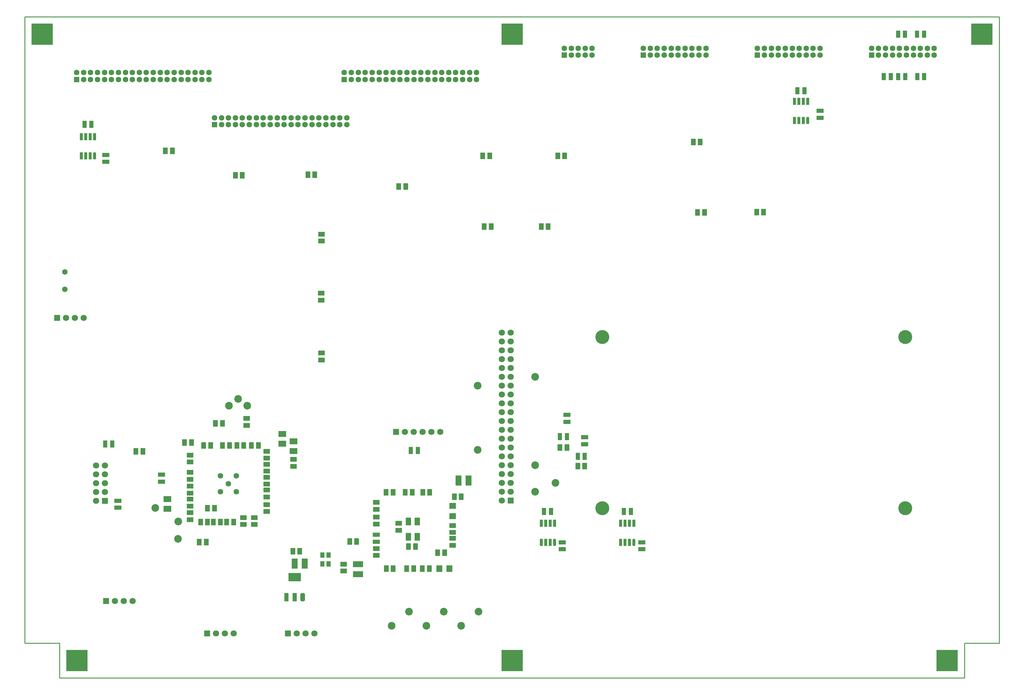
<source format=gbs>
G04*
G04 #@! TF.GenerationSoftware,Altium Limited,Altium Designer,24.9.1 (31)*
G04*
G04 Layer_Color=16711935*
%FSLAX44Y44*%
%MOMM*%
G71*
G04*
G04 #@! TF.SameCoordinates,FFAC17DA-0C39-4F23-945C-E2544D3BB645*
G04*
G04*
G04 #@! TF.FilePolarity,Negative*
G04*
G01*
G75*
%ADD10C,0.2500*%
%ADD44R,2.9000X1.7000*%
%ADD45R,1.9000X1.4000*%
%ADD46R,1.4000X1.9000*%
%ADD47R,1.2000X2.0000*%
G04:AMPARAMS|DCode=50|XSize=0.9mm|YSize=2mm|CornerRadius=0mm|HoleSize=0mm|Usage=FLASHONLY|Rotation=0.000|XOffset=0mm|YOffset=0mm|HoleType=Round|Shape=Octagon|*
%AMOCTAGOND50*
4,1,8,-0.2250,1.0000,0.2250,1.0000,0.4500,0.7750,0.4500,-0.7750,0.2250,-1.0000,-0.2250,-1.0000,-0.4500,-0.7750,-0.4500,0.7750,-0.2250,1.0000,0.0*
%
%ADD50OCTAGOND50*%

%ADD51R,0.9000X2.0000*%
%ADD52R,2.0000X1.2000*%
%ADD54R,3.6000X2.4000*%
%ADD55R,1.3000X2.4000*%
G04:AMPARAMS|DCode=56|XSize=1.3mm|YSize=2.4mm|CornerRadius=0mm|HoleSize=0mm|Usage=FLASHONLY|Rotation=0.000|XOffset=0mm|YOffset=0mm|HoleType=Round|Shape=Octagon|*
%AMOCTAGOND56*
4,1,8,-0.3250,1.2000,0.3250,1.2000,0.6500,0.8750,0.6500,-0.8750,0.3250,-1.2000,-0.3250,-1.2000,-0.6500,-0.8750,-0.6500,0.8750,-0.3250,1.2000,0.0*
%
%ADD56OCTAGOND56*%

%ADD57R,1.7000X2.9000*%
%ADD66R,1.3000X1.6000*%
%ADD72C,1.6000*%
%ADD73C,1.8000*%
%ADD74R,1.8000X1.8000*%
%ADD75C,2.2000*%
%ADD76R,1.8000X1.8000*%
%ADD77R,1.6000X1.6000*%
%ADD78C,4.0000*%
%ADD79R,6.1000X6.1000*%
%ADD106R,1.6000X2.3000*%
%ADD107R,1.7000X1.9000*%
%ADD108R,1.9000X1.7000*%
%ADD109R,2.2000X1.7000*%
D10*
X0Y100000D02*
X100000D01*
Y0D02*
Y100000D01*
Y0D02*
X2700000D01*
X2800000Y100000D02*
Y1900000D01*
X0D02*
X2800000D01*
X2700000Y0D02*
Y100000D01*
X2800000D01*
X0D02*
Y1900000D01*
D44*
X957500Y327250D02*
D03*
Y298250D02*
D03*
D45*
X852000Y1275750D02*
D03*
Y1255750D02*
D03*
X637500Y726250D02*
D03*
Y746250D02*
D03*
X916250Y327250D02*
D03*
Y307250D02*
D03*
X1009500Y484750D02*
D03*
Y504750D02*
D03*
Y442250D02*
D03*
Y462250D02*
D03*
X1229250Y401500D02*
D03*
Y381500D02*
D03*
X1009500Y372250D02*
D03*
Y352250D02*
D03*
X1229250Y438250D02*
D03*
Y418250D02*
D03*
X1074250Y424500D02*
D03*
Y444500D02*
D03*
X852000Y934000D02*
D03*
Y914000D02*
D03*
X851500Y1106000D02*
D03*
Y1086000D02*
D03*
X475120Y551250D02*
D03*
Y531250D02*
D03*
X475120Y640750D02*
D03*
Y620750D02*
D03*
X475120Y494250D02*
D03*
Y514250D02*
D03*
X475120Y475250D02*
D03*
Y455250D02*
D03*
X475120Y571250D02*
D03*
Y591250D02*
D03*
X695000Y577250D02*
D03*
Y557250D02*
D03*
X772000Y608250D02*
D03*
Y628250D02*
D03*
X659000Y461250D02*
D03*
Y441250D02*
D03*
X628000Y461250D02*
D03*
Y441250D02*
D03*
X694880Y540250D02*
D03*
Y520250D02*
D03*
X695000Y614250D02*
D03*
Y594250D02*
D03*
Y651750D02*
D03*
Y631750D02*
D03*
X695000Y478250D02*
D03*
Y498250D02*
D03*
D46*
X2122750Y1338750D02*
D03*
X2102750D02*
D03*
X1094500Y1412475D02*
D03*
X1074500D02*
D03*
X547500Y732000D02*
D03*
X567500D02*
D03*
X813050Y1446339D02*
D03*
X833050D02*
D03*
X1531000Y1501000D02*
D03*
X1551000D02*
D03*
X1557750Y662360D02*
D03*
X1537750D02*
D03*
X1608750Y609000D02*
D03*
X1588750D02*
D03*
X1932750Y1337750D02*
D03*
X1952750D02*
D03*
X479000Y677000D02*
D03*
X459000D02*
D03*
X770000Y364500D02*
D03*
X790000D02*
D03*
X1234000Y521000D02*
D03*
X1254000D02*
D03*
X1143250Y533750D02*
D03*
X1163250D02*
D03*
X1038000D02*
D03*
X1058000D02*
D03*
X1093250D02*
D03*
X1113250D02*
D03*
X1122500Y377500D02*
D03*
X1102500D02*
D03*
X1206000Y360500D02*
D03*
X1186000D02*
D03*
X953500Y392250D02*
D03*
X933500D02*
D03*
X1058250Y314250D02*
D03*
X1038250D02*
D03*
X1117000D02*
D03*
X1097000D02*
D03*
X1162000D02*
D03*
X1142000D02*
D03*
X605050Y1445000D02*
D03*
X625050D02*
D03*
X1320050Y1297000D02*
D03*
X1340050D02*
D03*
X424000Y1515000D02*
D03*
X404000D02*
D03*
X1483800Y1297250D02*
D03*
X1503800D02*
D03*
X1940750Y1540500D02*
D03*
X1920750D02*
D03*
X1335500Y1501000D02*
D03*
X1315500D02*
D03*
X525000Y448250D02*
D03*
X505000D02*
D03*
X514000Y668250D02*
D03*
X534000D02*
D03*
X525000Y488250D02*
D03*
X545000D02*
D03*
X562000Y448250D02*
D03*
X542000D02*
D03*
X600000D02*
D03*
X580000D02*
D03*
X609000Y668250D02*
D03*
X629000D02*
D03*
X651000D02*
D03*
X671000D02*
D03*
X568000D02*
D03*
X588000D02*
D03*
X521000Y390250D02*
D03*
X501000D02*
D03*
X319000Y651750D02*
D03*
X339000D02*
D03*
D47*
X171500Y1591500D02*
D03*
X191500D02*
D03*
X1492050Y478420D02*
D03*
X1512050D02*
D03*
X2220000Y1687500D02*
D03*
X2240000D02*
D03*
X2529000Y1850500D02*
D03*
X2509000D02*
D03*
X2563750D02*
D03*
X2583750D02*
D03*
X1721000Y478420D02*
D03*
X1741000D02*
D03*
X1608750Y636960D02*
D03*
X1588750D02*
D03*
X1557750Y694000D02*
D03*
X1537750D02*
D03*
X2488000Y1728000D02*
D03*
X2468000D02*
D03*
X2584000Y1728250D02*
D03*
X2564000D02*
D03*
X2509250D02*
D03*
X2529250D02*
D03*
X1129000Y654000D02*
D03*
X1109000D02*
D03*
X231000Y672750D02*
D03*
X251000D02*
D03*
D50*
X200365Y1501000D02*
D03*
X2249050Y1602500D02*
D03*
X1749750Y389920D02*
D03*
X1521850D02*
D03*
D51*
X200365Y1556000D02*
D03*
X187665D02*
D03*
X174965D02*
D03*
X162265D02*
D03*
Y1501000D02*
D03*
X174965D02*
D03*
X187665D02*
D03*
X2236350Y1602500D02*
D03*
X2223650D02*
D03*
X2210950D02*
D03*
Y1657500D02*
D03*
X2223650D02*
D03*
X2236350D02*
D03*
X2249050D02*
D03*
X1737050Y389920D02*
D03*
X1724350D02*
D03*
X1711650D02*
D03*
Y444920D02*
D03*
X1724350D02*
D03*
X1737050D02*
D03*
X1749750D02*
D03*
X1509150Y389920D02*
D03*
X1496450D02*
D03*
X1483750D02*
D03*
Y444920D02*
D03*
X1496450D02*
D03*
X1509150D02*
D03*
X1521850D02*
D03*
D52*
X1557750Y756000D02*
D03*
Y736000D02*
D03*
X232500Y1483500D02*
D03*
Y1503500D02*
D03*
X2285000Y1630000D02*
D03*
Y1610000D02*
D03*
X1772750Y390170D02*
D03*
Y370170D02*
D03*
X1544050Y390170D02*
D03*
Y370170D02*
D03*
X1608750Y672000D02*
D03*
Y692000D02*
D03*
X1009500Y391750D02*
D03*
Y411750D02*
D03*
X393000Y584250D02*
D03*
Y564250D02*
D03*
X267729Y509250D02*
D03*
Y489250D02*
D03*
D54*
X775059Y290000D02*
D03*
D55*
X752059Y232000D02*
D03*
X775059D02*
D03*
D56*
X798059D02*
D03*
D57*
X775309Y328500D02*
D03*
X804309D02*
D03*
X1245750Y567750D02*
D03*
X1274750D02*
D03*
D66*
X854750Y353500D02*
D03*
X872750D02*
D03*
X854750Y328000D02*
D03*
X872750D02*
D03*
D72*
X585000Y558250D02*
D03*
X562000Y581250D02*
D03*
X608000D02*
D03*
Y535250D02*
D03*
X562000D02*
D03*
X115000Y1117000D02*
D03*
Y1167000D02*
D03*
X925000Y1590000D02*
D03*
X905000D02*
D03*
X885000D02*
D03*
X865000D02*
D03*
X845000D02*
D03*
X825000D02*
D03*
X805000D02*
D03*
X785000D02*
D03*
X765000D02*
D03*
X745000D02*
D03*
X925000Y1610000D02*
D03*
X905000D02*
D03*
X885000D02*
D03*
X865000D02*
D03*
X845000D02*
D03*
X825000D02*
D03*
X805000D02*
D03*
X785000D02*
D03*
X765000D02*
D03*
X745000D02*
D03*
X605000D02*
D03*
X585000D02*
D03*
X565000D02*
D03*
X625000Y1590000D02*
D03*
X605000D02*
D03*
X585000D02*
D03*
X565000D02*
D03*
X545000Y1610000D02*
D03*
X645000Y1590000D02*
D03*
X665000D02*
D03*
X685000D02*
D03*
X705000D02*
D03*
X645000Y1610000D02*
D03*
X665000D02*
D03*
X685000D02*
D03*
X705000D02*
D03*
X725000D02*
D03*
Y1590000D02*
D03*
X625000Y1610000D02*
D03*
X1298000Y1720000D02*
D03*
X1278000D02*
D03*
X1258000D02*
D03*
X1238000D02*
D03*
X1218000D02*
D03*
X1198000D02*
D03*
X1178000D02*
D03*
X1158000D02*
D03*
X1138000D02*
D03*
X1118000D02*
D03*
X1298000Y1740000D02*
D03*
X1278000D02*
D03*
X1258000D02*
D03*
X1238000D02*
D03*
X1218000D02*
D03*
X1198000D02*
D03*
X1178000D02*
D03*
X1158000D02*
D03*
X1138000D02*
D03*
X1118000D02*
D03*
X978000D02*
D03*
X958000D02*
D03*
X938000D02*
D03*
X998000Y1720000D02*
D03*
X978000D02*
D03*
X958000D02*
D03*
X938000D02*
D03*
X918000Y1740000D02*
D03*
X1018000Y1720000D02*
D03*
X1038000D02*
D03*
X1058000D02*
D03*
X1078000D02*
D03*
X1018000Y1740000D02*
D03*
X1038000D02*
D03*
X1058000D02*
D03*
X1078000D02*
D03*
X1098000D02*
D03*
Y1720000D02*
D03*
X998000Y1740000D02*
D03*
X529000Y1720000D02*
D03*
X509000D02*
D03*
X489000D02*
D03*
X469000D02*
D03*
X449000D02*
D03*
X429000D02*
D03*
X409000D02*
D03*
X389000D02*
D03*
X369000D02*
D03*
X349000D02*
D03*
X529000Y1740000D02*
D03*
X509000D02*
D03*
X489000D02*
D03*
X469000D02*
D03*
X449000D02*
D03*
X429000D02*
D03*
X409000D02*
D03*
X389000D02*
D03*
X369000D02*
D03*
X349000D02*
D03*
X209000D02*
D03*
X189000D02*
D03*
X169000D02*
D03*
X229000Y1720000D02*
D03*
X209000D02*
D03*
X189000D02*
D03*
X169000D02*
D03*
X149000Y1740000D02*
D03*
X249000Y1720000D02*
D03*
X269000D02*
D03*
X289000D02*
D03*
X309000D02*
D03*
X249000Y1740000D02*
D03*
X269000D02*
D03*
X289000D02*
D03*
X309000D02*
D03*
X329000D02*
D03*
Y1720000D02*
D03*
X229000Y1740000D02*
D03*
X2513000Y1810000D02*
D03*
X2613000Y1790000D02*
D03*
Y1810000D02*
D03*
X2593000D02*
D03*
X2573000D02*
D03*
X2553000D02*
D03*
X2533000D02*
D03*
X2593000Y1790000D02*
D03*
X2573000D02*
D03*
X2553000D02*
D03*
X2533000D02*
D03*
X2433000Y1810000D02*
D03*
X2453000Y1790000D02*
D03*
X2473000D02*
D03*
X2493000D02*
D03*
X2513000D02*
D03*
X2453000Y1810000D02*
D03*
X2473000D02*
D03*
X2493000D02*
D03*
X2185000D02*
D03*
X2285000Y1790000D02*
D03*
Y1810000D02*
D03*
X2265000D02*
D03*
X2245000D02*
D03*
X2225000D02*
D03*
X2205000D02*
D03*
X2265000Y1790000D02*
D03*
X2245000D02*
D03*
X2225000D02*
D03*
X2205000D02*
D03*
X2105000Y1810000D02*
D03*
X2125000Y1790000D02*
D03*
X2145000D02*
D03*
X2165000D02*
D03*
X2185000D02*
D03*
X2125000Y1810000D02*
D03*
X2145000D02*
D03*
X2165000D02*
D03*
X1857000D02*
D03*
X1957000Y1790000D02*
D03*
Y1810000D02*
D03*
X1937000D02*
D03*
X1917000D02*
D03*
X1897000D02*
D03*
X1877000D02*
D03*
X1937000Y1790000D02*
D03*
X1917000D02*
D03*
X1897000D02*
D03*
X1877000D02*
D03*
X1777000Y1810000D02*
D03*
X1797000Y1790000D02*
D03*
X1817000D02*
D03*
X1837000D02*
D03*
X1857000D02*
D03*
X1797000Y1810000D02*
D03*
X1817000D02*
D03*
X1837000D02*
D03*
X1630000Y1810000D02*
D03*
X1550000D02*
D03*
X1570000Y1790000D02*
D03*
X1590000D02*
D03*
X1610000D02*
D03*
X1630000D02*
D03*
X1570000Y1810000D02*
D03*
X1590000D02*
D03*
X1610000D02*
D03*
D73*
X310000Y221500D02*
D03*
X284600D02*
D03*
X259200D02*
D03*
X831700Y128500D02*
D03*
X806300D02*
D03*
X780900D02*
D03*
X169400Y1035000D02*
D03*
X144000D02*
D03*
X118600D02*
D03*
X230400Y611009D02*
D03*
Y585609D02*
D03*
Y560209D02*
D03*
Y534809D02*
D03*
X205000Y611009D02*
D03*
Y585609D02*
D03*
Y509409D02*
D03*
Y534809D02*
D03*
Y560209D02*
D03*
X1092350Y707250D02*
D03*
X1117750D02*
D03*
X1143150D02*
D03*
X1168550D02*
D03*
X1193950D02*
D03*
X1370900Y992580D02*
D03*
Y967180D02*
D03*
Y941780D02*
D03*
Y916380D02*
D03*
Y890980D02*
D03*
Y865580D02*
D03*
Y840180D02*
D03*
Y814780D02*
D03*
Y789380D02*
D03*
Y763980D02*
D03*
Y738580D02*
D03*
Y713180D02*
D03*
Y687780D02*
D03*
Y662380D02*
D03*
Y636980D02*
D03*
Y611580D02*
D03*
Y586180D02*
D03*
Y560780D02*
D03*
Y535380D02*
D03*
X1396300Y992580D02*
D03*
Y967180D02*
D03*
Y941780D02*
D03*
Y916380D02*
D03*
Y890980D02*
D03*
Y865580D02*
D03*
Y840180D02*
D03*
Y814780D02*
D03*
Y789380D02*
D03*
Y763980D02*
D03*
Y738580D02*
D03*
Y713180D02*
D03*
Y687780D02*
D03*
Y662380D02*
D03*
Y636980D02*
D03*
Y611580D02*
D03*
Y586180D02*
D03*
Y560780D02*
D03*
X1370900Y509980D02*
D03*
X1396300Y535380D02*
D03*
X549450Y128500D02*
D03*
X574850D02*
D03*
X600250D02*
D03*
D74*
X233800Y221500D02*
D03*
X755500Y128500D02*
D03*
X93200Y1035000D02*
D03*
X1066950Y707250D02*
D03*
X524050Y128500D02*
D03*
D75*
X1153500Y150000D02*
D03*
X1253500D02*
D03*
X1053500D02*
D03*
X1303500Y190500D02*
D03*
X586260Y783000D02*
D03*
X612500Y802000D02*
D03*
X638736Y783000D02*
D03*
X375050Y488750D02*
D03*
X440000Y400000D02*
D03*
X440750Y450000D02*
D03*
X1103500Y190500D02*
D03*
X1203500D02*
D03*
X1466300Y611580D02*
D03*
Y535380D02*
D03*
X1525000Y560780D02*
D03*
X1300900Y840180D02*
D03*
X1466300Y865560D02*
D03*
X1300900Y655960D02*
D03*
D76*
X230400Y509409D02*
D03*
X1396300Y509980D02*
D03*
D77*
X545000Y1590000D02*
D03*
X918000Y1720000D02*
D03*
X149000D02*
D03*
X2433000Y1790000D02*
D03*
X2105000D02*
D03*
X1777000D02*
D03*
X1550000Y1790000D02*
D03*
D78*
X1659160Y980000D02*
D03*
X2530000D02*
D03*
X1659160Y487920D02*
D03*
X2530000D02*
D03*
D79*
X2750000Y1850000D02*
D03*
X1400000D02*
D03*
X50000D02*
D03*
X2650000Y50000D02*
D03*
X1400000D02*
D03*
X150000D02*
D03*
D106*
X1102250Y449500D02*
D03*
Y405500D02*
D03*
X1127250D02*
D03*
Y449500D02*
D03*
D107*
X1190750Y314250D02*
D03*
X1219750D02*
D03*
D108*
X1229250Y494500D02*
D03*
Y465500D02*
D03*
D109*
X772000Y680250D02*
D03*
Y652250D02*
D03*
X740000Y673250D02*
D03*
Y701250D02*
D03*
X410000Y514250D02*
D03*
Y486250D02*
D03*
M02*

</source>
